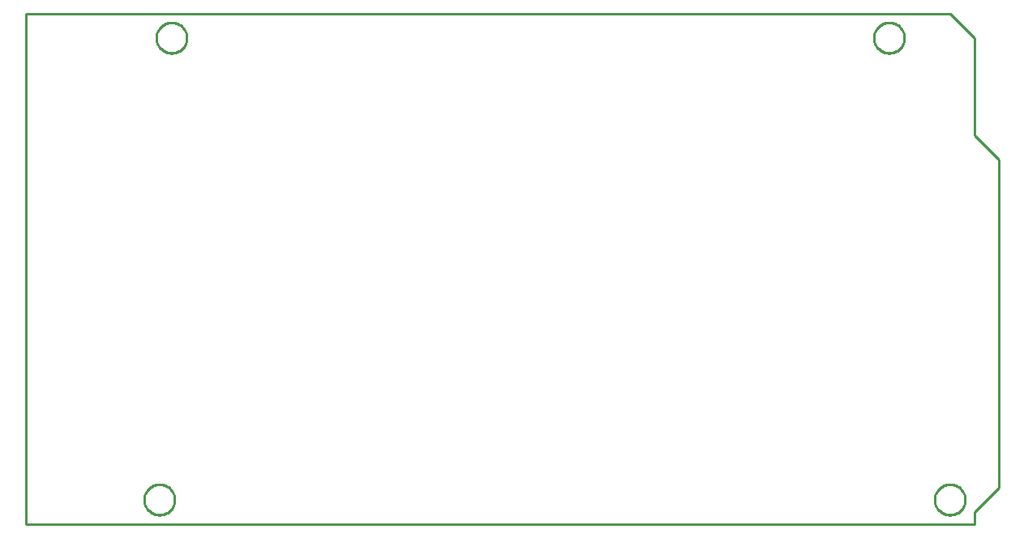
<source format=gbr>
G04 EAGLE Gerber RS-274X export*
G75*
%MOMM*%
%FSLAX34Y34*%
%LPD*%
%IN*%
%IPPOS*%
%AMOC8*
5,1,8,0,0,1.08239X$1,22.5*%
G01*
%ADD10C,0.254000*%


D10*
X28702Y29210D02*
X1019302Y29210D01*
X1019302Y41910D01*
X1044702Y67310D01*
X1044702Y410210D01*
X1019302Y435610D01*
X1019302Y537210D01*
X993902Y562610D01*
X28702Y562610D01*
X28702Y29210D01*
X197102Y536686D02*
X197034Y535641D01*
X196897Y534602D01*
X196692Y533575D01*
X196421Y532563D01*
X196085Y531571D01*
X195684Y530603D01*
X195220Y529664D01*
X194697Y528756D01*
X194115Y527885D01*
X193477Y527054D01*
X192786Y526267D01*
X192045Y525526D01*
X191258Y524835D01*
X190427Y524198D01*
X189556Y523616D01*
X188648Y523092D01*
X187709Y522628D01*
X186741Y522227D01*
X185749Y521891D01*
X184737Y521620D01*
X183710Y521415D01*
X182671Y521279D01*
X181626Y521210D01*
X180578Y521210D01*
X179533Y521279D01*
X178494Y521415D01*
X177467Y521620D01*
X176455Y521891D01*
X175463Y522227D01*
X174495Y522628D01*
X173556Y523092D01*
X172648Y523616D01*
X171777Y524198D01*
X170946Y524835D01*
X170159Y525526D01*
X169418Y526267D01*
X168727Y527054D01*
X168090Y527885D01*
X167508Y528756D01*
X166984Y529664D01*
X166520Y530603D01*
X166119Y531571D01*
X165783Y532563D01*
X165512Y533575D01*
X165307Y534602D01*
X165171Y535641D01*
X165102Y536686D01*
X165102Y537734D01*
X165171Y538779D01*
X165307Y539818D01*
X165512Y540845D01*
X165783Y541857D01*
X166119Y542849D01*
X166520Y543817D01*
X166984Y544756D01*
X167508Y545664D01*
X168090Y546535D01*
X168727Y547366D01*
X169418Y548153D01*
X170159Y548894D01*
X170946Y549585D01*
X171777Y550223D01*
X172648Y550805D01*
X173556Y551328D01*
X174495Y551792D01*
X175463Y552193D01*
X176455Y552529D01*
X177467Y552800D01*
X178494Y553005D01*
X179533Y553142D01*
X180578Y553210D01*
X181626Y553210D01*
X182671Y553142D01*
X183710Y553005D01*
X184737Y552800D01*
X185749Y552529D01*
X186741Y552193D01*
X187709Y551792D01*
X188648Y551328D01*
X189556Y550805D01*
X190427Y550223D01*
X191258Y549585D01*
X192045Y548894D01*
X192786Y548153D01*
X193477Y547366D01*
X194115Y546535D01*
X194697Y545664D01*
X195220Y544756D01*
X195684Y543817D01*
X196085Y542849D01*
X196421Y541857D01*
X196692Y540845D01*
X196897Y539818D01*
X197034Y538779D01*
X197102Y537734D01*
X197102Y536686D01*
X184402Y54086D02*
X184334Y53041D01*
X184197Y52002D01*
X183992Y50975D01*
X183721Y49963D01*
X183385Y48971D01*
X182984Y48003D01*
X182520Y47064D01*
X181997Y46156D01*
X181415Y45285D01*
X180777Y44454D01*
X180086Y43667D01*
X179345Y42926D01*
X178558Y42235D01*
X177727Y41598D01*
X176856Y41016D01*
X175948Y40492D01*
X175009Y40028D01*
X174041Y39627D01*
X173049Y39291D01*
X172037Y39020D01*
X171010Y38815D01*
X169971Y38679D01*
X168926Y38610D01*
X167878Y38610D01*
X166833Y38679D01*
X165794Y38815D01*
X164767Y39020D01*
X163755Y39291D01*
X162763Y39627D01*
X161795Y40028D01*
X160856Y40492D01*
X159948Y41016D01*
X159077Y41598D01*
X158246Y42235D01*
X157459Y42926D01*
X156718Y43667D01*
X156027Y44454D01*
X155390Y45285D01*
X154808Y46156D01*
X154284Y47064D01*
X153820Y48003D01*
X153419Y48971D01*
X153083Y49963D01*
X152812Y50975D01*
X152607Y52002D01*
X152471Y53041D01*
X152402Y54086D01*
X152402Y55134D01*
X152471Y56179D01*
X152607Y57218D01*
X152812Y58245D01*
X153083Y59257D01*
X153419Y60249D01*
X153820Y61217D01*
X154284Y62156D01*
X154808Y63064D01*
X155390Y63935D01*
X156027Y64766D01*
X156718Y65553D01*
X157459Y66294D01*
X158246Y66985D01*
X159077Y67623D01*
X159948Y68205D01*
X160856Y68728D01*
X161795Y69192D01*
X162763Y69593D01*
X163755Y69929D01*
X164767Y70200D01*
X165794Y70405D01*
X166833Y70542D01*
X167878Y70610D01*
X168926Y70610D01*
X169971Y70542D01*
X171010Y70405D01*
X172037Y70200D01*
X173049Y69929D01*
X174041Y69593D01*
X175009Y69192D01*
X175948Y68728D01*
X176856Y68205D01*
X177727Y67623D01*
X178558Y66985D01*
X179345Y66294D01*
X180086Y65553D01*
X180777Y64766D01*
X181415Y63935D01*
X181997Y63064D01*
X182520Y62156D01*
X182984Y61217D01*
X183385Y60249D01*
X183721Y59257D01*
X183992Y58245D01*
X184197Y57218D01*
X184334Y56179D01*
X184402Y55134D01*
X184402Y54086D01*
X946402Y536686D02*
X946334Y535641D01*
X946197Y534602D01*
X945992Y533575D01*
X945721Y532563D01*
X945385Y531571D01*
X944984Y530603D01*
X944520Y529664D01*
X943997Y528756D01*
X943415Y527885D01*
X942777Y527054D01*
X942086Y526267D01*
X941345Y525526D01*
X940558Y524835D01*
X939727Y524198D01*
X938856Y523616D01*
X937948Y523092D01*
X937009Y522628D01*
X936041Y522227D01*
X935049Y521891D01*
X934037Y521620D01*
X933010Y521415D01*
X931971Y521279D01*
X930926Y521210D01*
X929878Y521210D01*
X928833Y521279D01*
X927794Y521415D01*
X926767Y521620D01*
X925755Y521891D01*
X924763Y522227D01*
X923795Y522628D01*
X922856Y523092D01*
X921948Y523616D01*
X921077Y524198D01*
X920246Y524835D01*
X919459Y525526D01*
X918718Y526267D01*
X918027Y527054D01*
X917390Y527885D01*
X916808Y528756D01*
X916284Y529664D01*
X915820Y530603D01*
X915419Y531571D01*
X915083Y532563D01*
X914812Y533575D01*
X914607Y534602D01*
X914471Y535641D01*
X914402Y536686D01*
X914402Y537734D01*
X914471Y538779D01*
X914607Y539818D01*
X914812Y540845D01*
X915083Y541857D01*
X915419Y542849D01*
X915820Y543817D01*
X916284Y544756D01*
X916808Y545664D01*
X917390Y546535D01*
X918027Y547366D01*
X918718Y548153D01*
X919459Y548894D01*
X920246Y549585D01*
X921077Y550223D01*
X921948Y550805D01*
X922856Y551328D01*
X923795Y551792D01*
X924763Y552193D01*
X925755Y552529D01*
X926767Y552800D01*
X927794Y553005D01*
X928833Y553142D01*
X929878Y553210D01*
X930926Y553210D01*
X931971Y553142D01*
X933010Y553005D01*
X934037Y552800D01*
X935049Y552529D01*
X936041Y552193D01*
X937009Y551792D01*
X937948Y551328D01*
X938856Y550805D01*
X939727Y550223D01*
X940558Y549585D01*
X941345Y548894D01*
X942086Y548153D01*
X942777Y547366D01*
X943415Y546535D01*
X943997Y545664D01*
X944520Y544756D01*
X944984Y543817D01*
X945385Y542849D01*
X945721Y541857D01*
X945992Y540845D01*
X946197Y539818D01*
X946334Y538779D01*
X946402Y537734D01*
X946402Y536686D01*
X1009902Y54086D02*
X1009834Y53041D01*
X1009697Y52002D01*
X1009492Y50975D01*
X1009221Y49963D01*
X1008885Y48971D01*
X1008484Y48003D01*
X1008020Y47064D01*
X1007497Y46156D01*
X1006915Y45285D01*
X1006277Y44454D01*
X1005586Y43667D01*
X1004845Y42926D01*
X1004058Y42235D01*
X1003227Y41598D01*
X1002356Y41016D01*
X1001448Y40492D01*
X1000509Y40028D01*
X999541Y39627D01*
X998549Y39291D01*
X997537Y39020D01*
X996510Y38815D01*
X995471Y38679D01*
X994426Y38610D01*
X993378Y38610D01*
X992333Y38679D01*
X991294Y38815D01*
X990267Y39020D01*
X989255Y39291D01*
X988263Y39627D01*
X987295Y40028D01*
X986356Y40492D01*
X985448Y41016D01*
X984577Y41598D01*
X983746Y42235D01*
X982959Y42926D01*
X982218Y43667D01*
X981527Y44454D01*
X980890Y45285D01*
X980308Y46156D01*
X979784Y47064D01*
X979320Y48003D01*
X978919Y48971D01*
X978583Y49963D01*
X978312Y50975D01*
X978107Y52002D01*
X977971Y53041D01*
X977902Y54086D01*
X977902Y55134D01*
X977971Y56179D01*
X978107Y57218D01*
X978312Y58245D01*
X978583Y59257D01*
X978919Y60249D01*
X979320Y61217D01*
X979784Y62156D01*
X980308Y63064D01*
X980890Y63935D01*
X981527Y64766D01*
X982218Y65553D01*
X982959Y66294D01*
X983746Y66985D01*
X984577Y67623D01*
X985448Y68205D01*
X986356Y68728D01*
X987295Y69192D01*
X988263Y69593D01*
X989255Y69929D01*
X990267Y70200D01*
X991294Y70405D01*
X992333Y70542D01*
X993378Y70610D01*
X994426Y70610D01*
X995471Y70542D01*
X996510Y70405D01*
X997537Y70200D01*
X998549Y69929D01*
X999541Y69593D01*
X1000509Y69192D01*
X1001448Y68728D01*
X1002356Y68205D01*
X1003227Y67623D01*
X1004058Y66985D01*
X1004845Y66294D01*
X1005586Y65553D01*
X1006277Y64766D01*
X1006915Y63935D01*
X1007497Y63064D01*
X1008020Y62156D01*
X1008484Y61217D01*
X1008885Y60249D01*
X1009221Y59257D01*
X1009492Y58245D01*
X1009697Y57218D01*
X1009834Y56179D01*
X1009902Y55134D01*
X1009902Y54086D01*
M02*

</source>
